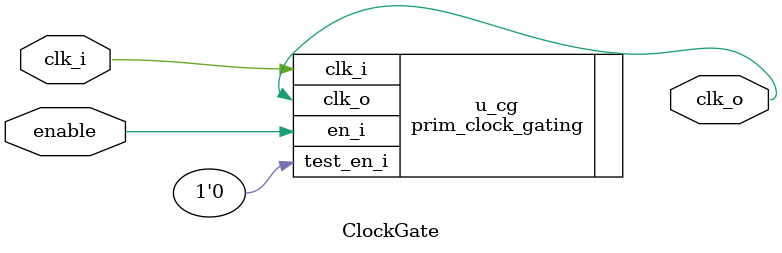
<source format=sv>

module ClockGate(
  input         clk_i,
  input         enable,  // '1' passthrough, '0' disable.
  output        clk_o
);

prim_clock_gating u_cg(
  .clk_i(clk_i),
  .en_i(enable),
  .test_en_i('0),
  .clk_o(clk_o)
);

endmodule  // ClockGate

</source>
